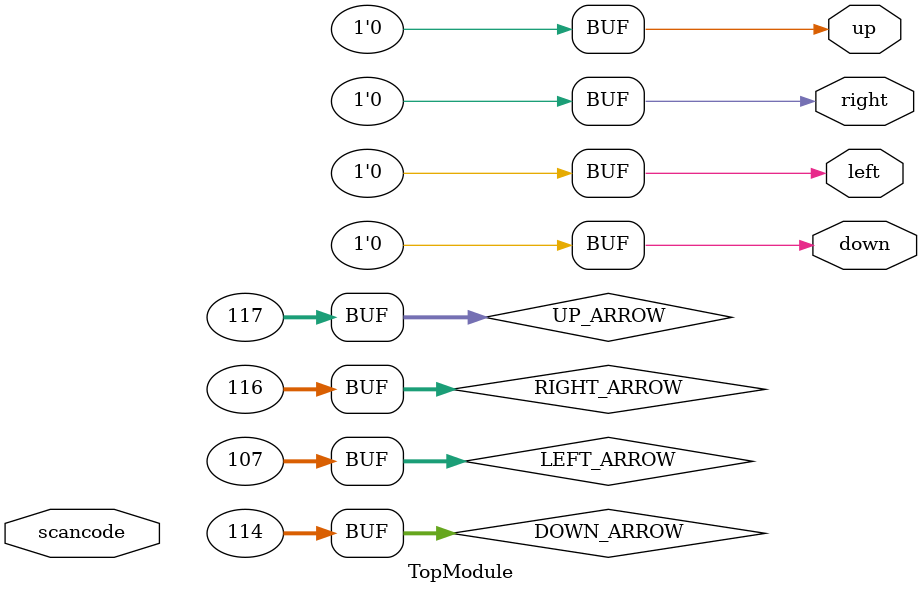
<source format=sv>

module TopModule (
    input [15:0] scancode,
    output reg left,
    output reg down,
    output reg right,
    output reg up
);

// Define the arrow key scancodes as constants for readability
const int LEFT_ARROW = 16'h06b;
const int DOWN_ARROW = 16'h072;
const int RIGHT_ARROW = 16'h074;
const int UP_ARROW = 16'h075;

// Initialize outputs to zero (i.e., no arrow key pressed)
always @(*) begin
    left = 0;
    down = 0;
    right = 0;
    up = 0;
end

// Use a case statement to map the scancode to the correct output
always @(*) begin
    if (scancode == LEFT_ARROW) left = 1;
    else if (scancode == DOWN_ARROW) down = 1;
    else if (scancode == RIGHT_ARROW) right = 1;
    else if (scancode == UP_ARROW) up = 1;
end

endmodule

// VERILOG-EVAL: errant inclusion of module definition

</source>
